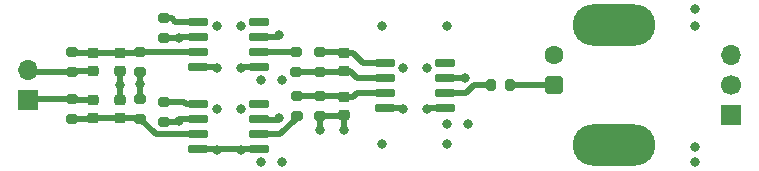
<source format=gbr>
%TF.GenerationSoftware,KiCad,Pcbnew,(6.0.10)*%
%TF.CreationDate,2023-06-03T07:50:41-04:00*%
%TF.ProjectId,diff-probe-soic,64696666-2d70-4726-9f62-652d736f6963,rev?*%
%TF.SameCoordinates,PX1f78a40PY3750280*%
%TF.FileFunction,Copper,L1,Top*%
%TF.FilePolarity,Positive*%
%FSLAX46Y46*%
G04 Gerber Fmt 4.6, Leading zero omitted, Abs format (unit mm)*
G04 Created by KiCad (PCBNEW (6.0.10)) date 2023-06-03 07:50:41*
%MOMM*%
%LPD*%
G01*
G04 APERTURE LIST*
G04 Aperture macros list*
%AMRoundRect*
0 Rectangle with rounded corners*
0 $1 Rounding radius*
0 $2 $3 $4 $5 $6 $7 $8 $9 X,Y pos of 4 corners*
0 Add a 4 corners polygon primitive as box body*
4,1,4,$2,$3,$4,$5,$6,$7,$8,$9,$2,$3,0*
0 Add four circle primitives for the rounded corners*
1,1,$1+$1,$2,$3*
1,1,$1+$1,$4,$5*
1,1,$1+$1,$6,$7*
1,1,$1+$1,$8,$9*
0 Add four rect primitives between the rounded corners*
20,1,$1+$1,$2,$3,$4,$5,0*
20,1,$1+$1,$4,$5,$6,$7,0*
20,1,$1+$1,$6,$7,$8,$9,0*
20,1,$1+$1,$8,$9,$2,$3,0*%
%AMHorizOval*
0 Thick line with rounded ends*
0 $1 width*
0 $2 $3 position (X,Y) of the first rounded end (center of the circle)*
0 $4 $5 position (X,Y) of the second rounded end (center of the circle)*
0 Add line between two ends*
20,1,$1,$2,$3,$4,$5,0*
0 Add two circle primitives to create the rounded ends*
1,1,$1,$2,$3*
1,1,$1,$4,$5*%
G04 Aperture macros list end*
%TA.AperFunction,SMDPad,CuDef*%
%ADD10RoundRect,0.150000X-0.725000X-0.150000X0.725000X-0.150000X0.725000X0.150000X-0.725000X0.150000X0*%
%TD*%
%TA.AperFunction,ComponentPad*%
%ADD11O,7.000000X3.500000*%
%TD*%
%TA.AperFunction,ComponentPad*%
%ADD12RoundRect,0.400000X-0.400000X0.400000X-0.400000X-0.400000X0.400000X-0.400000X0.400000X0.400000X0*%
%TD*%
%TA.AperFunction,ComponentPad*%
%ADD13C,1.600000*%
%TD*%
%TA.AperFunction,SMDPad,CuDef*%
%ADD14RoundRect,0.200000X0.275000X-0.200000X0.275000X0.200000X-0.275000X0.200000X-0.275000X-0.200000X0*%
%TD*%
%TA.AperFunction,SMDPad,CuDef*%
%ADD15RoundRect,0.225000X-0.250000X0.225000X-0.250000X-0.225000X0.250000X-0.225000X0.250000X0.225000X0*%
%TD*%
%TA.AperFunction,SMDPad,CuDef*%
%ADD16RoundRect,0.200000X-0.275000X0.200000X-0.275000X-0.200000X0.275000X-0.200000X0.275000X0.200000X0*%
%TD*%
%TA.AperFunction,SMDPad,CuDef*%
%ADD17RoundRect,0.225000X0.250000X-0.225000X0.250000X0.225000X-0.250000X0.225000X-0.250000X-0.225000X0*%
%TD*%
%TA.AperFunction,ComponentPad*%
%ADD18R,1.700000X1.700000*%
%TD*%
%TA.AperFunction,ComponentPad*%
%ADD19O,1.700000X1.700000*%
%TD*%
%TA.AperFunction,SMDPad,CuDef*%
%ADD20RoundRect,0.200000X-0.200000X-0.275000X0.200000X-0.275000X0.200000X0.275000X-0.200000X0.275000X0*%
%TD*%
%TA.AperFunction,ComponentPad*%
%ADD21HorizOval,1.700000X0.000000X0.000000X0.000000X0.000000X0*%
%TD*%
%TA.AperFunction,ViaPad*%
%ADD22C,0.800000*%
%TD*%
%TA.AperFunction,Conductor*%
%ADD23C,0.500000*%
%TD*%
G04 APERTURE END LIST*
D10*
%TO.P,U1,1,FB*%
%TO.N,Net-(R5-Pad2)*%
X16425000Y6405000D03*
%TO.P,U1,2,-*%
%TO.N,/FB_POS*%
X16425000Y5135000D03*
%TO.P,U1,3,+*%
%TO.N,/ATTEN_POS*%
X16425000Y3865000D03*
%TO.P,U1,4,V-*%
%TO.N,VSS*%
X16425000Y2595000D03*
%TO.P,U1,5,V-*%
X21575000Y2595000D03*
%TO.P,U1,6*%
%TO.N,/BUF_POS*%
X21575000Y3865000D03*
%TO.P,U1,7,V+*%
%TO.N,VDD*%
X21575000Y5135000D03*
%TO.P,U1,8,~{SHDN}*%
%TO.N,unconnected-(U1-Pad8)*%
X21575000Y6405000D03*
%TD*%
%TO.P,U2,1,FB*%
%TO.N,Net-(R7-Pad1)*%
X16425000Y13405000D03*
%TO.P,U2,2,-*%
%TO.N,/FB_NEG*%
X16425000Y12135000D03*
%TO.P,U2,3,+*%
%TO.N,/ATTEN_NEG*%
X16425000Y10865000D03*
%TO.P,U2,4,V-*%
%TO.N,VSS*%
X16425000Y9595000D03*
%TO.P,U2,5,V-*%
X21575000Y9595000D03*
%TO.P,U2,6*%
%TO.N,/BUF_NEG*%
X21575000Y10865000D03*
%TO.P,U2,7,V+*%
%TO.N,VDD*%
X21575000Y12135000D03*
%TO.P,U2,8,~{SHDN}*%
%TO.N,unconnected-(U2-Pad8)*%
X21575000Y13405000D03*
%TD*%
%TO.P,U3,1,FB*%
%TO.N,Net-(C6-Pad2)*%
X32175000Y9905000D03*
%TO.P,U3,2,-*%
%TO.N,/DIFF_NEG*%
X32175000Y8635000D03*
%TO.P,U3,3,+*%
%TO.N,/DIFF_POS*%
X32175000Y7365000D03*
%TO.P,U3,4,V-*%
%TO.N,VSS*%
X32175000Y6095000D03*
%TO.P,U3,5,V-*%
X37325000Y6095000D03*
%TO.P,U3,6*%
%TO.N,/DIFF*%
X37325000Y7365000D03*
%TO.P,U3,7,V+*%
%TO.N,VDD*%
X37325000Y8635000D03*
%TO.P,U3,8,~{SHDN}*%
%TO.N,unconnected-(U3-Pad8)*%
X37325000Y9905000D03*
%TD*%
D11*
%TO.P,J2,*%
%TO.N,*%
X51580000Y2920000D03*
X51580000Y13080000D03*
D12*
%TO.P,J2,1,In*%
%TO.N,/OUT*%
X46500000Y8000000D03*
D13*
%TO.P,J2,2,Ext*%
%TO.N,GND*%
X46500000Y10540000D03*
%TD*%
D14*
%TO.P,R3,1*%
%TO.N,/IN_NEG*%
X5750000Y9175000D03*
%TO.P,R3,2*%
%TO.N,/ATTEN_NEG*%
X5750000Y10825000D03*
%TD*%
D15*
%TO.P,C4,1*%
%TO.N,/ATTEN_NEG*%
X9750000Y10775000D03*
%TO.P,C4,2*%
%TO.N,GND*%
X9750000Y9225000D03*
%TD*%
D16*
%TO.P,R7,1*%
%TO.N,Net-(R7-Pad1)*%
X13500000Y13690000D03*
%TO.P,R7,2*%
%TO.N,/FB_NEG*%
X13500000Y12040000D03*
%TD*%
D17*
%TO.P,C6,1*%
%TO.N,/DIFF_NEG*%
X28750000Y9225000D03*
%TO.P,C6,2*%
%TO.N,Net-(C6-Pad2)*%
X28750000Y10775000D03*
%TD*%
D15*
%TO.P,C1,1*%
%TO.N,/IN_POS*%
X7500000Y6775000D03*
%TO.P,C1,2*%
%TO.N,/ATTEN_POS*%
X7500000Y5225000D03*
%TD*%
D14*
%TO.P,R4,1*%
%TO.N,GND*%
X11500000Y9175000D03*
%TO.P,R4,2*%
%TO.N,/ATTEN_NEG*%
X11500000Y10825000D03*
%TD*%
D16*
%TO.P,R2,2*%
%TO.N,/ATTEN_POS*%
X11500000Y5175000D03*
%TO.P,R2,1*%
%TO.N,GND*%
X11500000Y6825000D03*
%TD*%
D17*
%TO.P,C2,1*%
%TO.N,/ATTEN_POS*%
X9750000Y5225000D03*
%TO.P,C2,2*%
%TO.N,GND*%
X9750000Y6775000D03*
%TD*%
D15*
%TO.P,C5,1*%
%TO.N,/DIFF_POS*%
X28750000Y7025000D03*
%TO.P,C5,2*%
%TO.N,GND*%
X28750000Y5475000D03*
%TD*%
D16*
%TO.P,R9,1*%
%TO.N,/DIFF_POS*%
X26750000Y7075000D03*
%TO.P,R9,2*%
%TO.N,GND*%
X26750000Y5425000D03*
%TD*%
%TO.P,R1,1*%
%TO.N,/IN_POS*%
X5750000Y6825000D03*
%TO.P,R1,2*%
%TO.N,/ATTEN_POS*%
X5750000Y5175000D03*
%TD*%
D14*
%TO.P,R11,1*%
%TO.N,/DIFF_NEG*%
X26675000Y9175000D03*
%TO.P,R11,2*%
%TO.N,Net-(C6-Pad2)*%
X26675000Y10825000D03*
%TD*%
D18*
%TO.P,J1,1,Pin_1*%
%TO.N,/IN_POS*%
X2000000Y6730000D03*
D19*
%TO.P,J1,2,Pin_2*%
%TO.N,/IN_NEG*%
X2000000Y9270000D03*
%TD*%
D14*
%TO.P,R8,1*%
%TO.N,/BUF_POS*%
X24750000Y5425000D03*
%TO.P,R8,2*%
%TO.N,/DIFF_POS*%
X24750000Y7075000D03*
%TD*%
D20*
%TO.P,R12,1*%
%TO.N,/DIFF*%
X41175000Y8000000D03*
%TO.P,R12,2*%
%TO.N,/OUT*%
X42825000Y8000000D03*
%TD*%
D17*
%TO.P,C3,1*%
%TO.N,/IN_NEG*%
X7500000Y9225000D03*
%TO.P,C3,2*%
%TO.N,/ATTEN_NEG*%
X7500000Y10775000D03*
%TD*%
D16*
%TO.P,R10,1*%
%TO.N,/BUF_NEG*%
X24675000Y10825000D03*
%TO.P,R10,2*%
%TO.N,/DIFF_NEG*%
X24675000Y9175000D03*
%TD*%
D14*
%TO.P,R5,1*%
%TO.N,/FB_POS*%
X13500000Y4925000D03*
%TO.P,R5,2*%
%TO.N,Net-(R5-Pad2)*%
X13500000Y6575000D03*
%TD*%
D18*
%TO.P,J3,1,Pin_1*%
%TO.N,/NEG*%
X61500000Y5460000D03*
D21*
%TO.P,J3,2,Pin_2*%
%TO.N,GND*%
X61500000Y8000000D03*
D19*
%TO.P,J3,3,Pin_3*%
%TO.N,/POS*%
X61500000Y10540000D03*
%TD*%
D22*
%TO.N,VSS*%
X58500000Y2750000D03*
%TO.N,VDD*%
X58500000Y13000000D03*
%TO.N,GND*%
X39250000Y4750000D03*
X18000000Y13000000D03*
X9750000Y8050000D03*
X23500000Y1500000D03*
X21750000Y1500000D03*
X20000000Y6000000D03*
X23500000Y8500000D03*
X21750000Y8500000D03*
X26750000Y4250000D03*
X37500000Y4750000D03*
X28750000Y4250000D03*
X18000000Y6000000D03*
X32000000Y13000000D03*
X32000000Y3000000D03*
X33750000Y9500000D03*
X35750000Y9500000D03*
X20000000Y13000000D03*
X11500000Y8100000D03*
%TO.N,VSS*%
X37500000Y3000000D03*
X18000000Y2500000D03*
X20000000Y9500000D03*
X58500000Y1500000D03*
X18000000Y9500000D03*
X35750000Y6000000D03*
X20000000Y2500000D03*
X33750000Y6000000D03*
%TO.N,VDD*%
X58500000Y14500000D03*
X23250000Y5250000D03*
X39000000Y8600000D03*
X37500000Y13000000D03*
X23250000Y12250000D03*
%TO.N,/FB_POS*%
X14750000Y5000000D03*
%TO.N,/FB_NEG*%
X14750000Y12000000D03*
%TD*%
D23*
%TO.N,/IN_POS*%
X5750000Y6825000D02*
X2050000Y6825000D01*
X7500000Y6775000D02*
X5800000Y6775000D01*
%TO.N,/ATTEN_POS*%
X12810000Y3865000D02*
X16425000Y3865000D01*
X7500000Y5225000D02*
X11450000Y5225000D01*
X11500000Y5175000D02*
X12810000Y3865000D01*
X5750000Y5175000D02*
X7450000Y5175000D01*
%TO.N,GND*%
X28750000Y5475000D02*
X28750000Y4250000D01*
X11500000Y9175000D02*
X11500000Y8100000D01*
X26675000Y5425000D02*
X28700000Y5425000D01*
X9750000Y9225000D02*
X9750000Y8050000D01*
X26750000Y5425000D02*
X26750000Y4250000D01*
X9750000Y6775000D02*
X9750000Y7950000D01*
X11500000Y6825000D02*
X11500000Y7900000D01*
%TO.N,/IN_NEG*%
X5705000Y9170000D02*
X1855000Y9170000D01*
X7455000Y9220000D02*
X5755000Y9220000D01*
%TO.N,/ATTEN_NEG*%
X7500000Y10775000D02*
X11450000Y10775000D01*
X7455000Y10770000D02*
X5755000Y10770000D01*
X13865000Y10865000D02*
X16425000Y10865000D01*
X11500000Y10825000D02*
X13825000Y10825000D01*
X13825000Y10825000D02*
X13865000Y10865000D01*
%TO.N,VSS*%
X18000000Y2595000D02*
X20000000Y2595000D01*
X16425000Y2595000D02*
X18000000Y2595000D01*
X32175000Y6095000D02*
X33655000Y6095000D01*
X33655000Y6095000D02*
X33750000Y6000000D01*
X35845000Y6095000D02*
X35750000Y6000000D01*
X37325000Y6095000D02*
X35845000Y6095000D01*
X17750000Y9500000D02*
X17655000Y9595000D01*
X20000000Y2595000D02*
X21575000Y2595000D01*
X21575000Y9595000D02*
X20345000Y9595000D01*
X20345000Y9595000D02*
X20250000Y9500000D01*
X17655000Y9595000D02*
X16425000Y9595000D01*
%TO.N,VDD*%
X39000000Y8600000D02*
X37360000Y8600000D01*
X23200000Y5100000D02*
X21610000Y5100000D01*
X23135000Y12135000D02*
X23250000Y12250000D01*
X21575000Y12135000D02*
X23135000Y12135000D01*
%TO.N,/OUT*%
X42825000Y8000000D02*
X46500000Y8000000D01*
%TO.N,/FB_POS*%
X14750000Y5000000D02*
X14885000Y5135000D01*
X14675000Y4925000D02*
X14750000Y5000000D01*
X13500000Y4925000D02*
X14675000Y4925000D01*
X14885000Y5135000D02*
X16425000Y5135000D01*
%TO.N,Net-(R5-Pad2)*%
X15345000Y6405000D02*
X15175000Y6575000D01*
X16425000Y6405000D02*
X15345000Y6405000D01*
X15175000Y6575000D02*
X13500000Y6575000D01*
%TO.N,/FB_NEG*%
X14885000Y12135000D02*
X16425000Y12135000D01*
X13500000Y12040000D02*
X14710000Y12040000D01*
X14710000Y12040000D02*
X14750000Y12000000D01*
X14750000Y12000000D02*
X14885000Y12135000D01*
%TO.N,Net-(R7-Pad1)*%
X14460000Y13405000D02*
X16425000Y13405000D01*
X14175000Y13690000D02*
X14460000Y13405000D01*
X13500000Y13690000D02*
X14175000Y13690000D01*
%TO.N,/BUF_POS*%
X24675000Y5175000D02*
X24675000Y5425000D01*
X21575000Y3865000D02*
X23365000Y3865000D01*
X23365000Y3865000D02*
X24675000Y5175000D01*
%TO.N,/DIFF_POS*%
X26675000Y7075000D02*
X28700000Y7075000D01*
X24675000Y7075000D02*
X26675000Y7075000D01*
X29865000Y7365000D02*
X32175000Y7365000D01*
X28750000Y7025000D02*
X29525000Y7025000D01*
X29525000Y7025000D02*
X29865000Y7365000D01*
%TO.N,/BUF_NEG*%
X23635000Y10865000D02*
X23675000Y10825000D01*
X23675000Y10825000D02*
X24675000Y10825000D01*
X23635000Y10865000D02*
X21575000Y10865000D01*
%TO.N,/DIFF_NEG*%
X29275000Y9225000D02*
X29865000Y8635000D01*
X28750000Y9225000D02*
X29275000Y9225000D01*
X24675000Y9175000D02*
X26675000Y9175000D01*
X26675000Y9175000D02*
X28700000Y9175000D01*
X29865000Y8635000D02*
X32175000Y8635000D01*
%TO.N,/DIFF*%
X39115000Y7365000D02*
X39750000Y8000000D01*
X37325000Y7365000D02*
X39115000Y7365000D01*
X39750000Y8000000D02*
X41175000Y8000000D01*
%TO.N,Net-(C6-Pad2)*%
X28750000Y10775000D02*
X29475000Y10775000D01*
X26675000Y10825000D02*
X28700000Y10825000D01*
X30345000Y9905000D02*
X32175000Y9905000D01*
X29475000Y10775000D02*
X30345000Y9905000D01*
%TD*%
M02*

</source>
